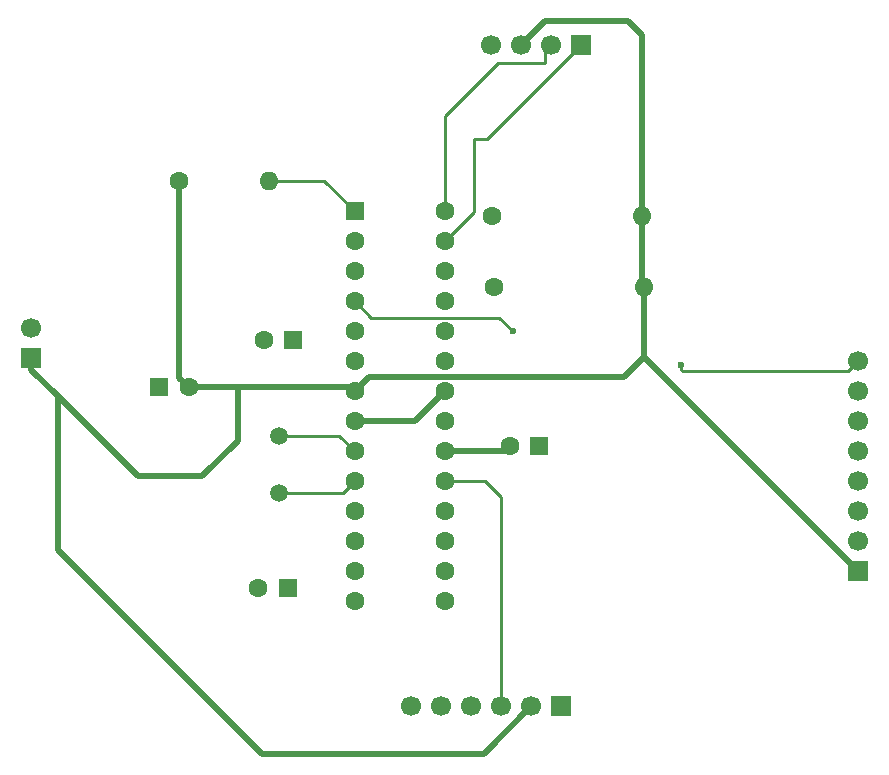
<source format=gbr>
%TF.GenerationSoftware,KiCad,Pcbnew,9.0.1*%
%TF.CreationDate,2025-06-18T06:06:38+01:00*%
%TF.ProjectId,cube_pcb,63756265-5f70-4636-922e-6b696361645f,rev?*%
%TF.SameCoordinates,Original*%
%TF.FileFunction,Copper,L1,Top*%
%TF.FilePolarity,Positive*%
%FSLAX46Y46*%
G04 Gerber Fmt 4.6, Leading zero omitted, Abs format (unit mm)*
G04 Created by KiCad (PCBNEW 9.0.1) date 2025-06-18 06:06:38*
%MOMM*%
%LPD*%
G01*
G04 APERTURE LIST*
G04 Aperture macros list*
%AMRoundRect*
0 Rectangle with rounded corners*
0 $1 Rounding radius*
0 $2 $3 $4 $5 $6 $7 $8 $9 X,Y pos of 4 corners*
0 Add a 4 corners polygon primitive as box body*
4,1,4,$2,$3,$4,$5,$6,$7,$8,$9,$2,$3,0*
0 Add four circle primitives for the rounded corners*
1,1,$1+$1,$2,$3*
1,1,$1+$1,$4,$5*
1,1,$1+$1,$6,$7*
1,1,$1+$1,$8,$9*
0 Add four rect primitives between the rounded corners*
20,1,$1+$1,$2,$3,$4,$5,0*
20,1,$1+$1,$4,$5,$6,$7,0*
20,1,$1+$1,$6,$7,$8,$9,0*
20,1,$1+$1,$8,$9,$2,$3,0*%
G04 Aperture macros list end*
%TA.AperFunction,ComponentPad*%
%ADD10C,1.600000*%
%TD*%
%TA.AperFunction,ComponentPad*%
%ADD11R,1.600000X1.600000*%
%TD*%
%TA.AperFunction,ComponentPad*%
%ADD12C,1.500000*%
%TD*%
%TA.AperFunction,ComponentPad*%
%ADD13RoundRect,0.250000X-0.550000X-0.550000X0.550000X-0.550000X0.550000X0.550000X-0.550000X0.550000X0*%
%TD*%
%TA.AperFunction,ComponentPad*%
%ADD14O,1.600000X1.600000*%
%TD*%
%TA.AperFunction,ComponentPad*%
%ADD15R,1.700000X1.700000*%
%TD*%
%TA.AperFunction,ComponentPad*%
%ADD16C,1.700000*%
%TD*%
%TA.AperFunction,ViaPad*%
%ADD17C,0.600000*%
%TD*%
%TA.AperFunction,Conductor*%
%ADD18C,0.500000*%
%TD*%
%TA.AperFunction,Conductor*%
%ADD19C,0.250000*%
%TD*%
G04 APERTURE END LIST*
D10*
%TO.P,C1,2*%
%TO.N,/5V*%
X124817621Y-90500000D03*
D11*
%TO.P,C1,1*%
%TO.N,/GND*%
X122317621Y-90500000D03*
%TD*%
D10*
%TO.P,C3,2*%
%TO.N,/GND*%
X131205113Y-86500000D03*
D11*
%TO.P,C3,1*%
%TO.N,Net-(U2-XTAL1{slash}PB6)*%
X133705113Y-86500000D03*
%TD*%
D12*
%TO.P,Y1,1,1*%
%TO.N,Net-(U2-XTAL2{slash}PB7)*%
X132500000Y-99450000D03*
%TO.P,Y1,2,2*%
%TO.N,Net-(U2-XTAL1{slash}PB6)*%
X132500000Y-94570000D03*
%TD*%
D13*
%TO.P,U2,1,~{RESET}/PC6*%
%TO.N,/5 RST*%
X138880000Y-75600000D03*
D10*
%TO.P,U2,2,PD0*%
%TO.N,unconnected-(U2-PD0-Pad2)*%
X138880000Y-78140000D03*
%TO.P,U2,3,PD1*%
%TO.N,unconnected-(U2-PD1-Pad3)*%
X138880000Y-80680000D03*
%TO.P,U2,4,PD2*%
%TO.N,/INT0*%
X138880000Y-83220000D03*
%TO.P,U2,5,PD3*%
%TO.N,unconnected-(U2-PD3-Pad5)*%
X138880000Y-85760000D03*
%TO.P,U2,6,PD4*%
%TO.N,unconnected-(U2-PD4-Pad6)*%
X138880000Y-88300000D03*
%TO.P,U2,7,VCC*%
%TO.N,/5V*%
X138880000Y-90840000D03*
%TO.P,U2,8,GND*%
%TO.N,/GND*%
X138880000Y-93380000D03*
%TO.P,U2,9,XTAL1/PB6*%
%TO.N,Net-(U2-XTAL1{slash}PB6)*%
X138880000Y-95920000D03*
%TO.P,U2,10,XTAL2/PB7*%
%TO.N,Net-(U2-XTAL2{slash}PB7)*%
X138880000Y-98460000D03*
%TO.P,U2,11,PD5*%
%TO.N,unconnected-(U2-PD5-Pad11)*%
X138880000Y-101000000D03*
%TO.P,U2,12,PD6*%
%TO.N,unconnected-(U2-PD6-Pad12)*%
X138880000Y-103540000D03*
%TO.P,U2,13,PD7*%
%TO.N,unconnected-(U2-PD7-Pad13)*%
X138880000Y-106080000D03*
%TO.P,U2,14,PB0*%
%TO.N,unconnected-(U2-PB0-Pad14)*%
X138880000Y-108620000D03*
%TO.P,U2,15,PB1*%
%TO.N,unconnected-(U2-PB1-Pad15)*%
X146500000Y-108620000D03*
%TO.P,U2,16,PB2*%
%TO.N,unconnected-(U2-PB2-Pad16)*%
X146500000Y-106080000D03*
%TO.P,U2,17,PB3*%
%TO.N,/4 MOSI*%
X146500000Y-103540000D03*
%TO.P,U2,18,PB4*%
%TO.N,/1 MISO*%
X146500000Y-101000000D03*
%TO.P,U2,19,PB5*%
%TO.N,/3 SCK*%
X146500000Y-98460000D03*
%TO.P,U2,20,AVCC*%
%TO.N,Net-(U2-AVCC)*%
X146500000Y-95920000D03*
%TO.P,U2,21,AREF*%
%TO.N,unconnected-(U2-AREF-Pad21)*%
X146500000Y-93380000D03*
%TO.P,U2,22,GND*%
%TO.N,/GND*%
X146500000Y-90840000D03*
%TO.P,U2,23,PC0*%
%TO.N,unconnected-(U2-PC0-Pad23)*%
X146500000Y-88300000D03*
%TO.P,U2,24,PC1*%
%TO.N,unconnected-(U2-PC1-Pad24)*%
X146500000Y-85760000D03*
%TO.P,U2,25,PC2*%
%TO.N,unconnected-(U2-PC2-Pad25)*%
X146500000Y-83220000D03*
%TO.P,U2,26,PC3*%
%TO.N,unconnected-(U2-PC3-Pad26)*%
X146500000Y-80680000D03*
%TO.P,U2,27,PC4*%
%TO.N,/SDA*%
X146500000Y-78140000D03*
%TO.P,U2,28,PC5*%
%TO.N,/SCL*%
X146500000Y-75600000D03*
%TD*%
%TO.P,R3,1*%
%TO.N,/SCL*%
X150500000Y-76000000D03*
D14*
%TO.P,R3,2*%
%TO.N,/5V*%
X163200000Y-76000000D03*
%TD*%
D10*
%TO.P,R2,1*%
%TO.N,/SDA*%
X150650000Y-82000000D03*
D14*
%TO.P,R2,2*%
%TO.N,/5V*%
X163350000Y-82000000D03*
%TD*%
D10*
%TO.P,R1,1*%
%TO.N,/5V*%
X124000000Y-73000000D03*
D14*
%TO.P,R1,2*%
%TO.N,/5 RST*%
X131620000Y-73000000D03*
%TD*%
D15*
%TO.P,J4,1,Pin_1*%
%TO.N,/5V*%
X111500000Y-88000000D03*
D16*
%TO.P,J4,2,Pin_2*%
%TO.N,/GND*%
X111500000Y-85460000D03*
%TD*%
D15*
%TO.P,J3,1,Pin_1*%
%TO.N,/5V*%
X181500000Y-106080000D03*
D16*
%TO.P,J3,2,Pin_2*%
%TO.N,/GND*%
X181500000Y-103540000D03*
%TO.P,J3,3,Pin_3*%
%TO.N,/SDA*%
X181500000Y-101000000D03*
%TO.P,J3,4,Pin_4*%
%TO.N,/SCL*%
X181500000Y-98460000D03*
%TO.P,J3,5,Pin_5*%
%TO.N,unconnected-(J3-Pin_5-Pad5)*%
X181500000Y-95920000D03*
%TO.P,J3,6,Pin_6*%
%TO.N,unconnected-(J3-Pin_6-Pad6)*%
X181500000Y-93380000D03*
%TO.P,J3,7,Pin_7*%
%TO.N,unconnected-(J3-Pin_7-Pad7)*%
X181500000Y-90840000D03*
%TO.P,J3,8,Pin_8*%
%TO.N,/INT0*%
X181500000Y-88300000D03*
%TD*%
D15*
%TO.P,J2,1,Pin_1*%
%TO.N,/1 MISO*%
X156350000Y-117500000D03*
D16*
%TO.P,J2,2,Pin_2*%
%TO.N,/5V*%
X153810000Y-117500000D03*
%TO.P,J2,3,Pin_3*%
%TO.N,/3 SCK*%
X151270000Y-117500000D03*
%TO.P,J2,4,Pin_4*%
%TO.N,/4 MOSI*%
X148730000Y-117500000D03*
%TO.P,J2,5,Pin_5*%
%TO.N,/5 RST*%
X146190000Y-117500000D03*
%TO.P,J2,6,Pin_6*%
%TO.N,/GND*%
X143650000Y-117500000D03*
%TD*%
D15*
%TO.P,J1,1,Pin_1*%
%TO.N,/SDA*%
X158080000Y-61500000D03*
D16*
%TO.P,J1,2,Pin_2*%
%TO.N,/SCL*%
X155540000Y-61500000D03*
%TO.P,J1,3,Pin_3*%
%TO.N,/5V*%
X153000000Y-61500000D03*
%TO.P,J1,4,Pin_4*%
%TO.N,/GND*%
X150460000Y-61500000D03*
%TD*%
D11*
%TO.P,C4,1*%
%TO.N,Net-(U2-XTAL2{slash}PB7)*%
X133205113Y-107500000D03*
D10*
%TO.P,C4,2*%
%TO.N,/GND*%
X130705113Y-107500000D03*
%TD*%
D11*
%TO.P,C2,1*%
%TO.N,/GND*%
X154500000Y-95500000D03*
D10*
%TO.P,C2,2*%
%TO.N,Net-(U2-AVCC)*%
X152000000Y-95500000D03*
%TD*%
D17*
%TO.N,/INT0*%
X152250000Y-85750000D03*
X166500000Y-88626000D03*
%TD*%
D18*
%TO.N,/GND*%
X138880000Y-93380000D02*
X143960000Y-93380000D01*
X143960000Y-93380000D02*
X146500000Y-90840000D01*
D19*
%TO.N,/5 RST*%
X131620000Y-73000000D02*
X136280000Y-73000000D01*
X136280000Y-73000000D02*
X138880000Y-75600000D01*
D18*
%TO.N,/5V*%
X124000000Y-73000000D02*
X124000000Y-89682379D01*
X124000000Y-89682379D02*
X124817621Y-90500000D01*
X138880000Y-90840000D02*
X140131000Y-89589000D01*
X140131000Y-89589000D02*
X161691000Y-89589000D01*
X161691000Y-89589000D02*
X163350000Y-87930000D01*
D19*
%TO.N,/INT0*%
X152250000Y-85750000D02*
X151134000Y-84634000D01*
X151134000Y-84634000D02*
X140294000Y-84634000D01*
X140294000Y-84634000D02*
X138880000Y-83220000D01*
X166500000Y-89000000D02*
X166500000Y-88626000D01*
X166650000Y-89150000D02*
X166500000Y-89000000D01*
X180650000Y-89150000D02*
X166650000Y-89150000D01*
X181500000Y-88300000D02*
X180650000Y-89150000D01*
D18*
%TO.N,/5V*%
X111500000Y-89000000D02*
X113750000Y-91250000D01*
X153810000Y-117500000D02*
X149810000Y-121500000D01*
X149810000Y-121500000D02*
X131000000Y-121500000D01*
X131000000Y-121500000D02*
X113750000Y-104250000D01*
X113750000Y-104250000D02*
X113750000Y-91250000D01*
X113750000Y-91250000D02*
X120500000Y-98000000D01*
D19*
%TO.N,/3 SCK*%
X151270000Y-117500000D02*
X151270000Y-99770000D01*
X151270000Y-99770000D02*
X149960000Y-98460000D01*
X149960000Y-98460000D02*
X146500000Y-98460000D01*
D18*
%TO.N,/5V*%
X163350000Y-82000000D02*
X163350000Y-87930000D01*
X163350000Y-87930000D02*
X181500000Y-106080000D01*
X163200000Y-76000000D02*
X163200000Y-81850000D01*
X163200000Y-81850000D02*
X163350000Y-82000000D01*
X155000000Y-59500000D02*
X162000000Y-59500000D01*
X153000000Y-61500000D02*
X155000000Y-59500000D01*
X162000000Y-59500000D02*
X163200000Y-60700000D01*
X163200000Y-60700000D02*
X163200000Y-76000000D01*
D19*
%TO.N,/SDA*%
X149000000Y-75640000D02*
X149000000Y-69500000D01*
X146500000Y-78140000D02*
X149000000Y-75640000D01*
X149000000Y-69500000D02*
X150080000Y-69500000D01*
X150080000Y-69500000D02*
X158080000Y-61500000D01*
%TO.N,/SCL*%
X146500000Y-75600000D02*
X146500000Y-67500000D01*
X146500000Y-67500000D02*
X151000000Y-63000000D01*
X151000000Y-63000000D02*
X155000000Y-63000000D01*
X155000000Y-63000000D02*
X155000000Y-62040000D01*
X155000000Y-62040000D02*
X155540000Y-61500000D01*
%TO.N,Net-(U2-XTAL2{slash}PB7)*%
X132500000Y-99450000D02*
X137890000Y-99450000D01*
X137890000Y-99450000D02*
X138880000Y-98460000D01*
%TO.N,Net-(U2-XTAL1{slash}PB6)*%
X132500000Y-94570000D02*
X137530000Y-94570000D01*
X137530000Y-94570000D02*
X138880000Y-95920000D01*
D18*
%TO.N,/5V*%
X120500000Y-98000000D02*
X126000000Y-98000000D01*
X129000000Y-95000000D02*
X129000000Y-90500000D01*
X111500000Y-88000000D02*
X111500000Y-89000000D01*
X126000000Y-98000000D02*
X129000000Y-95000000D01*
X124817621Y-90500000D02*
X129000000Y-90500000D01*
X129000000Y-90500000D02*
X138540000Y-90500000D01*
X138540000Y-90500000D02*
X138880000Y-90840000D01*
%TO.N,Net-(U2-AVCC)*%
X146500000Y-95920000D02*
X151580000Y-95920000D01*
X151580000Y-95920000D02*
X152000000Y-95500000D01*
%TD*%
M02*

</source>
